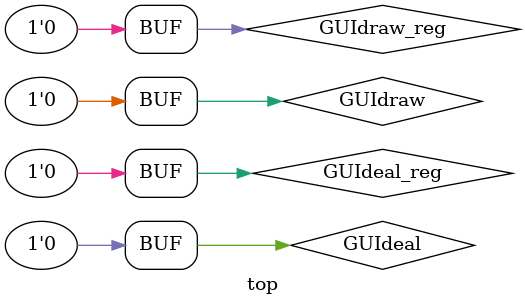
<source format=v>
module top;

   // System signals
   wire		trigger;          // Trigger the RESET signal to the design
   wire     clk;
   wire     reset;
   
   wire deal;
   wire dealt;
   wire shuffle;
   wire shuffled;
   wire GUIdeal;
   wire GUIdraw;
   
   wire [3:0] rank;
   wire [1:0] suit;

   wire [3:0] rank0;
   wire [1:0] suit0;
   wire       discard0;
   wire [3:0] rank1;
   wire [1:0] suit1;
   wire       discard1;
   wire [3:0] rank2;
   wire [1:0] suit2;
   wire       discard2;
   wire [3:0] rank3;
   wire [1:0] suit3;
   wire       discard3;
   wire [3:0] rank4;
   wire [1:0] suit4;
   wire       discard4;
   wire       resolve;
   wire       resolved;
   wire [3:0] value;
   wire [15:0] seed;

   reg GUIdeal_reg, GUIdraw_reg;
	
   clock clock1 (trigger, clk, reset);

   deck deck1 (clk, deal, shuffle, dealt, shuffled, rank, suit, seed);

   play play1 (clk, deal, dealt, rank, suit, GUIdeal, GUIdraw, 
               rank0, suit0, discard0, 
               rank1, suit1, discard1, 
               rank2, suit2, discard2, 
               rank3, suit3, discard3, 
               rank4, suit4, discard4, 
               resolve, resolved );

   resolver resolver1 (clk, resolve, resolved, value, shuffle, shuffled, 
                       rank0, suit0, 
                       rank1, suit1, 
                       rank2, suit2, 
                       rank3, suit3, 
                       rank4, suit4 );
   
   assign GUIdeal = GUIdeal_reg;
   assign GUIdraw = GUIdraw_reg;

   initial
    begin
        GUIdeal_reg = 0;
        GUIdraw_reg = 0;
    end

endmodule

</source>
